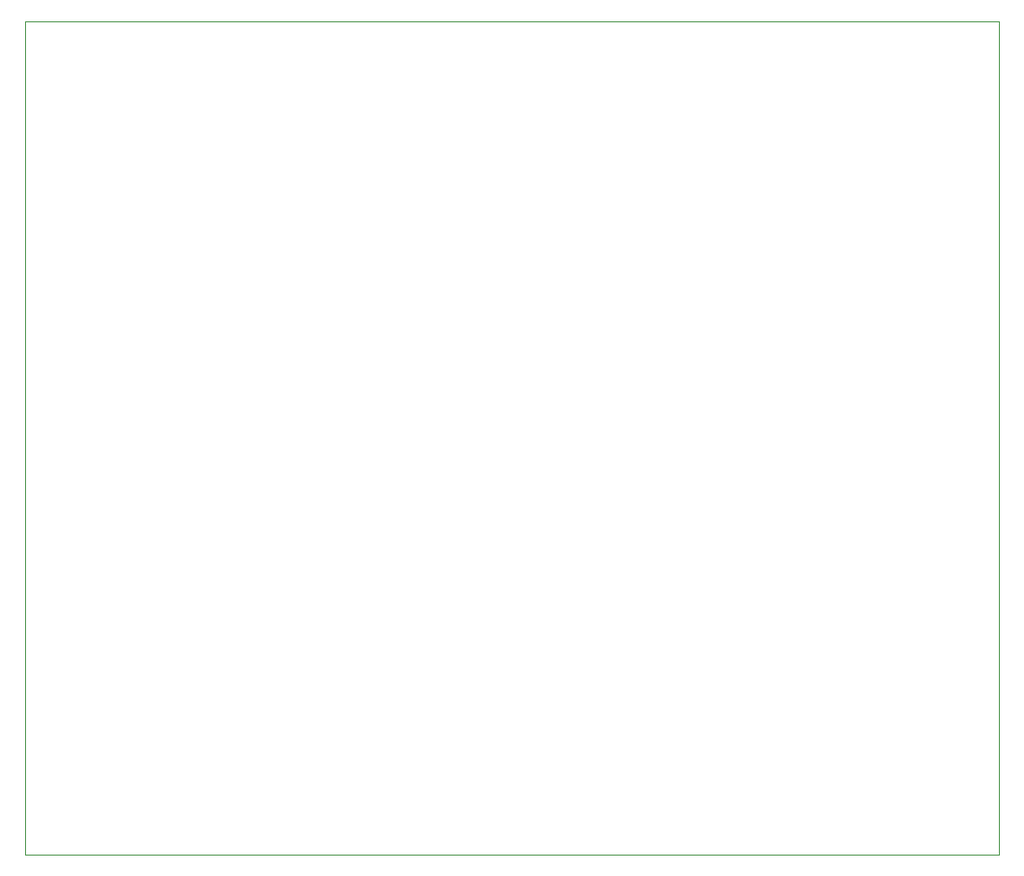
<source format=gbr>
%TF.GenerationSoftware,KiCad,Pcbnew,7.0.6*%
%TF.CreationDate,2023-12-30T19:09:07-05:00*%
%TF.ProjectId,Arch_Bridge,41726368-5f42-4726-9964-67652e6b6963,rev?*%
%TF.SameCoordinates,Original*%
%TF.FileFunction,Profile,NP*%
%FSLAX46Y46*%
G04 Gerber Fmt 4.6, Leading zero omitted, Abs format (unit mm)*
G04 Created by KiCad (PCBNEW 7.0.6) date 2023-12-30 19:09:07*
%MOMM*%
%LPD*%
G01*
G04 APERTURE LIST*
%TA.AperFunction,Profile*%
%ADD10C,0.050000*%
%TD*%
G04 APERTURE END LIST*
D10*
X20000000Y-96000000D02*
X20000000Y-20000000D01*
X108800000Y-20000000D02*
X20000000Y-20000000D01*
X20000000Y-96000000D02*
X108800000Y-96000000D01*
X108800000Y-96000000D02*
X108800000Y-20000000D01*
M02*

</source>
